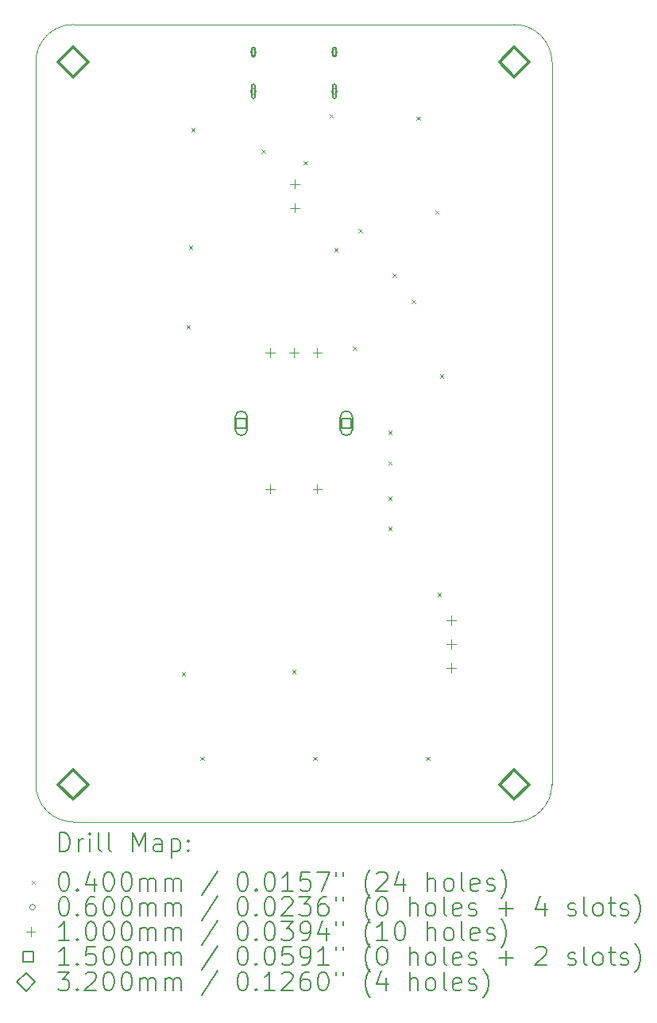
<source format=gbr>
%FSLAX45Y45*%
G04 Gerber Fmt 4.5, Leading zero omitted, Abs format (unit mm)*
G04 Created by KiCad (PCBNEW (6.0.5)) date 2024-07-23 11:03:13*
%MOMM*%
%LPD*%
G01*
G04 APERTURE LIST*
%TA.AperFunction,Profile*%
%ADD10C,0.100000*%
%TD*%
%ADD11C,0.200000*%
%ADD12C,0.040000*%
%ADD13C,0.060000*%
%ADD14C,0.100000*%
%ADD15C,0.150000*%
%ADD16C,0.320000*%
G04 APERTURE END LIST*
D10*
X17300000Y-14600000D02*
G75*
G03*
X17700000Y-14200000I0J400000D01*
G01*
X17300000Y-6100000D02*
X12600000Y-6100000D01*
X12200000Y-6500000D02*
X12200000Y-14200000D01*
X12600000Y-6100000D02*
G75*
G03*
X12200000Y-6500000I0J-400000D01*
G01*
X17700000Y-14200000D02*
X17700000Y-6500000D01*
X12200000Y-14200000D02*
G75*
G03*
X12600000Y-14600000I400000J0D01*
G01*
X12600000Y-14600000D02*
X17300000Y-14600000D01*
X17700000Y-6500000D02*
G75*
G03*
X17300000Y-6100000I-400000J0D01*
G01*
D11*
D12*
X13755000Y-13005000D02*
X13795000Y-13045000D01*
X13795000Y-13005000D02*
X13755000Y-13045000D01*
X13805000Y-9305000D02*
X13845000Y-9345000D01*
X13845000Y-9305000D02*
X13805000Y-9345000D01*
X13830000Y-8455000D02*
X13870000Y-8495000D01*
X13870000Y-8455000D02*
X13830000Y-8495000D01*
X13855000Y-7205000D02*
X13895000Y-7245000D01*
X13895000Y-7205000D02*
X13855000Y-7245000D01*
X13955000Y-13905000D02*
X13995000Y-13945000D01*
X13995000Y-13905000D02*
X13955000Y-13945000D01*
X14605000Y-7430000D02*
X14645000Y-7470000D01*
X14645000Y-7430000D02*
X14605000Y-7470000D01*
X14930000Y-12980000D02*
X14970000Y-13020000D01*
X14970000Y-12980000D02*
X14930000Y-13020000D01*
X15055000Y-7555000D02*
X15095000Y-7595000D01*
X15095000Y-7555000D02*
X15055000Y-7595000D01*
X15155000Y-13905000D02*
X15195000Y-13945000D01*
X15195000Y-13905000D02*
X15155000Y-13945000D01*
X15330000Y-7055000D02*
X15370000Y-7095000D01*
X15370000Y-7055000D02*
X15330000Y-7095000D01*
X15380000Y-8480000D02*
X15420000Y-8520000D01*
X15420000Y-8480000D02*
X15380000Y-8520000D01*
X15580000Y-9530000D02*
X15620000Y-9570000D01*
X15620000Y-9530000D02*
X15580000Y-9570000D01*
X15640000Y-8280000D02*
X15680000Y-8320000D01*
X15680000Y-8280000D02*
X15640000Y-8320000D01*
X15955000Y-10430000D02*
X15995000Y-10470000D01*
X15995000Y-10430000D02*
X15955000Y-10470000D01*
X15955000Y-10755000D02*
X15995000Y-10795000D01*
X15995000Y-10755000D02*
X15955000Y-10795000D01*
X15955000Y-11130000D02*
X15995000Y-11170000D01*
X15995000Y-11130000D02*
X15955000Y-11170000D01*
X15955000Y-11455000D02*
X15995000Y-11495000D01*
X15995000Y-11455000D02*
X15955000Y-11495000D01*
X16005000Y-8755000D02*
X16045000Y-8795000D01*
X16045000Y-8755000D02*
X16005000Y-8795000D01*
X16205000Y-9030000D02*
X16245000Y-9070000D01*
X16245000Y-9030000D02*
X16205000Y-9070000D01*
X16255000Y-7080000D02*
X16295000Y-7120000D01*
X16295000Y-7080000D02*
X16255000Y-7120000D01*
X16355000Y-13905000D02*
X16395000Y-13945000D01*
X16395000Y-13905000D02*
X16355000Y-13945000D01*
X16455000Y-8080000D02*
X16495000Y-8120000D01*
X16495000Y-8080000D02*
X16455000Y-8120000D01*
X16480000Y-12155000D02*
X16520000Y-12195000D01*
X16520000Y-12155000D02*
X16480000Y-12195000D01*
X16505000Y-9830000D02*
X16545000Y-9870000D01*
X16545000Y-9830000D02*
X16505000Y-9870000D01*
D13*
X14548000Y-6395000D02*
G75*
G03*
X14548000Y-6395000I-30000J0D01*
G01*
D11*
X14538000Y-6425000D02*
X14538000Y-6365000D01*
X14498000Y-6425000D02*
X14498000Y-6365000D01*
X14538000Y-6365000D02*
G75*
G03*
X14498000Y-6365000I-20000J0D01*
G01*
X14498000Y-6425000D02*
G75*
G03*
X14538000Y-6425000I20000J0D01*
G01*
D13*
X14548000Y-6813000D02*
G75*
G03*
X14548000Y-6813000I-30000J0D01*
G01*
D11*
X14538000Y-6868000D02*
X14538000Y-6758000D01*
X14498000Y-6868000D02*
X14498000Y-6758000D01*
X14538000Y-6758000D02*
G75*
G03*
X14498000Y-6758000I-20000J0D01*
G01*
X14498000Y-6868000D02*
G75*
G03*
X14538000Y-6868000I20000J0D01*
G01*
D13*
X15412000Y-6395000D02*
G75*
G03*
X15412000Y-6395000I-30000J0D01*
G01*
D11*
X15402000Y-6425000D02*
X15402000Y-6365000D01*
X15362000Y-6425000D02*
X15362000Y-6365000D01*
X15402000Y-6365000D02*
G75*
G03*
X15362000Y-6365000I-20000J0D01*
G01*
X15362000Y-6425000D02*
G75*
G03*
X15402000Y-6425000I20000J0D01*
G01*
D13*
X15412000Y-6813000D02*
G75*
G03*
X15412000Y-6813000I-30000J0D01*
G01*
D11*
X15402000Y-6868000D02*
X15402000Y-6758000D01*
X15362000Y-6868000D02*
X15362000Y-6758000D01*
X15402000Y-6758000D02*
G75*
G03*
X15362000Y-6758000I-20000J0D01*
G01*
X15362000Y-6868000D02*
G75*
G03*
X15402000Y-6868000I20000J0D01*
G01*
D14*
X14700000Y-9550000D02*
X14700000Y-9650000D01*
X14650000Y-9600000D02*
X14750000Y-9600000D01*
X14700000Y-11000000D02*
X14700000Y-11100000D01*
X14650000Y-11050000D02*
X14750000Y-11050000D01*
X14950000Y-9550000D02*
X14950000Y-9650000D01*
X14900000Y-9600000D02*
X15000000Y-9600000D01*
X14962500Y-7748500D02*
X14962500Y-7848500D01*
X14912500Y-7798500D02*
X15012500Y-7798500D01*
X14962500Y-8002500D02*
X14962500Y-8102500D01*
X14912500Y-8052500D02*
X15012500Y-8052500D01*
X15200000Y-9550000D02*
X15200000Y-9650000D01*
X15150000Y-9600000D02*
X15250000Y-9600000D01*
X15200000Y-11000000D02*
X15200000Y-11100000D01*
X15150000Y-11050000D02*
X15250000Y-11050000D01*
X16625000Y-12400000D02*
X16625000Y-12500000D01*
X16575000Y-12450000D02*
X16675000Y-12450000D01*
X16625000Y-12654000D02*
X16625000Y-12754000D01*
X16575000Y-12704000D02*
X16675000Y-12704000D01*
X16625000Y-12908000D02*
X16625000Y-13008000D01*
X16575000Y-12958000D02*
X16675000Y-12958000D01*
D15*
X14443033Y-10403034D02*
X14443033Y-10296967D01*
X14336966Y-10296967D01*
X14336966Y-10403034D01*
X14443033Y-10403034D01*
D11*
X14325000Y-10285000D02*
X14325000Y-10415000D01*
X14455000Y-10285000D02*
X14455000Y-10415000D01*
X14325000Y-10415000D02*
G75*
G03*
X14455000Y-10415000I65000J0D01*
G01*
X14455000Y-10285000D02*
G75*
G03*
X14325000Y-10285000I-65000J0D01*
G01*
D15*
X15563033Y-10403034D02*
X15563033Y-10296967D01*
X15456966Y-10296967D01*
X15456966Y-10403034D01*
X15563033Y-10403034D01*
D11*
X15445000Y-10285000D02*
X15445000Y-10415000D01*
X15575000Y-10285000D02*
X15575000Y-10415000D01*
X15445000Y-10415000D02*
G75*
G03*
X15575000Y-10415000I65000J0D01*
G01*
X15575000Y-10285000D02*
G75*
G03*
X15445000Y-10285000I-65000J0D01*
G01*
D16*
X12600000Y-6660000D02*
X12760000Y-6500000D01*
X12600000Y-6340000D01*
X12440000Y-6500000D01*
X12600000Y-6660000D01*
X12600000Y-14360000D02*
X12760000Y-14200000D01*
X12600000Y-14040000D01*
X12440000Y-14200000D01*
X12600000Y-14360000D01*
X17300000Y-6660000D02*
X17460000Y-6500000D01*
X17300000Y-6340000D01*
X17140000Y-6500000D01*
X17300000Y-6660000D01*
X17300000Y-14360000D02*
X17460000Y-14200000D01*
X17300000Y-14040000D01*
X17140000Y-14200000D01*
X17300000Y-14360000D01*
D11*
X12452619Y-14915476D02*
X12452619Y-14715476D01*
X12500238Y-14715476D01*
X12528809Y-14725000D01*
X12547857Y-14744048D01*
X12557381Y-14763095D01*
X12566905Y-14801190D01*
X12566905Y-14829762D01*
X12557381Y-14867857D01*
X12547857Y-14886905D01*
X12528809Y-14905952D01*
X12500238Y-14915476D01*
X12452619Y-14915476D01*
X12652619Y-14915476D02*
X12652619Y-14782143D01*
X12652619Y-14820238D02*
X12662143Y-14801190D01*
X12671667Y-14791667D01*
X12690714Y-14782143D01*
X12709762Y-14782143D01*
X12776428Y-14915476D02*
X12776428Y-14782143D01*
X12776428Y-14715476D02*
X12766905Y-14725000D01*
X12776428Y-14734524D01*
X12785952Y-14725000D01*
X12776428Y-14715476D01*
X12776428Y-14734524D01*
X12900238Y-14915476D02*
X12881190Y-14905952D01*
X12871667Y-14886905D01*
X12871667Y-14715476D01*
X13005000Y-14915476D02*
X12985952Y-14905952D01*
X12976428Y-14886905D01*
X12976428Y-14715476D01*
X13233571Y-14915476D02*
X13233571Y-14715476D01*
X13300238Y-14858333D01*
X13366905Y-14715476D01*
X13366905Y-14915476D01*
X13547857Y-14915476D02*
X13547857Y-14810714D01*
X13538333Y-14791667D01*
X13519286Y-14782143D01*
X13481190Y-14782143D01*
X13462143Y-14791667D01*
X13547857Y-14905952D02*
X13528809Y-14915476D01*
X13481190Y-14915476D01*
X13462143Y-14905952D01*
X13452619Y-14886905D01*
X13452619Y-14867857D01*
X13462143Y-14848809D01*
X13481190Y-14839286D01*
X13528809Y-14839286D01*
X13547857Y-14829762D01*
X13643095Y-14782143D02*
X13643095Y-14982143D01*
X13643095Y-14791667D02*
X13662143Y-14782143D01*
X13700238Y-14782143D01*
X13719286Y-14791667D01*
X13728809Y-14801190D01*
X13738333Y-14820238D01*
X13738333Y-14877381D01*
X13728809Y-14896428D01*
X13719286Y-14905952D01*
X13700238Y-14915476D01*
X13662143Y-14915476D01*
X13643095Y-14905952D01*
X13824048Y-14896428D02*
X13833571Y-14905952D01*
X13824048Y-14915476D01*
X13814524Y-14905952D01*
X13824048Y-14896428D01*
X13824048Y-14915476D01*
X13824048Y-14791667D02*
X13833571Y-14801190D01*
X13824048Y-14810714D01*
X13814524Y-14801190D01*
X13824048Y-14791667D01*
X13824048Y-14810714D01*
D12*
X12155000Y-15225000D02*
X12195000Y-15265000D01*
X12195000Y-15225000D02*
X12155000Y-15265000D01*
D11*
X12490714Y-15135476D02*
X12509762Y-15135476D01*
X12528809Y-15145000D01*
X12538333Y-15154524D01*
X12547857Y-15173571D01*
X12557381Y-15211667D01*
X12557381Y-15259286D01*
X12547857Y-15297381D01*
X12538333Y-15316428D01*
X12528809Y-15325952D01*
X12509762Y-15335476D01*
X12490714Y-15335476D01*
X12471667Y-15325952D01*
X12462143Y-15316428D01*
X12452619Y-15297381D01*
X12443095Y-15259286D01*
X12443095Y-15211667D01*
X12452619Y-15173571D01*
X12462143Y-15154524D01*
X12471667Y-15145000D01*
X12490714Y-15135476D01*
X12643095Y-15316428D02*
X12652619Y-15325952D01*
X12643095Y-15335476D01*
X12633571Y-15325952D01*
X12643095Y-15316428D01*
X12643095Y-15335476D01*
X12824048Y-15202143D02*
X12824048Y-15335476D01*
X12776428Y-15125952D02*
X12728809Y-15268809D01*
X12852619Y-15268809D01*
X12966905Y-15135476D02*
X12985952Y-15135476D01*
X13005000Y-15145000D01*
X13014524Y-15154524D01*
X13024048Y-15173571D01*
X13033571Y-15211667D01*
X13033571Y-15259286D01*
X13024048Y-15297381D01*
X13014524Y-15316428D01*
X13005000Y-15325952D01*
X12985952Y-15335476D01*
X12966905Y-15335476D01*
X12947857Y-15325952D01*
X12938333Y-15316428D01*
X12928809Y-15297381D01*
X12919286Y-15259286D01*
X12919286Y-15211667D01*
X12928809Y-15173571D01*
X12938333Y-15154524D01*
X12947857Y-15145000D01*
X12966905Y-15135476D01*
X13157381Y-15135476D02*
X13176428Y-15135476D01*
X13195476Y-15145000D01*
X13205000Y-15154524D01*
X13214524Y-15173571D01*
X13224048Y-15211667D01*
X13224048Y-15259286D01*
X13214524Y-15297381D01*
X13205000Y-15316428D01*
X13195476Y-15325952D01*
X13176428Y-15335476D01*
X13157381Y-15335476D01*
X13138333Y-15325952D01*
X13128809Y-15316428D01*
X13119286Y-15297381D01*
X13109762Y-15259286D01*
X13109762Y-15211667D01*
X13119286Y-15173571D01*
X13128809Y-15154524D01*
X13138333Y-15145000D01*
X13157381Y-15135476D01*
X13309762Y-15335476D02*
X13309762Y-15202143D01*
X13309762Y-15221190D02*
X13319286Y-15211667D01*
X13338333Y-15202143D01*
X13366905Y-15202143D01*
X13385952Y-15211667D01*
X13395476Y-15230714D01*
X13395476Y-15335476D01*
X13395476Y-15230714D02*
X13405000Y-15211667D01*
X13424048Y-15202143D01*
X13452619Y-15202143D01*
X13471667Y-15211667D01*
X13481190Y-15230714D01*
X13481190Y-15335476D01*
X13576428Y-15335476D02*
X13576428Y-15202143D01*
X13576428Y-15221190D02*
X13585952Y-15211667D01*
X13605000Y-15202143D01*
X13633571Y-15202143D01*
X13652619Y-15211667D01*
X13662143Y-15230714D01*
X13662143Y-15335476D01*
X13662143Y-15230714D02*
X13671667Y-15211667D01*
X13690714Y-15202143D01*
X13719286Y-15202143D01*
X13738333Y-15211667D01*
X13747857Y-15230714D01*
X13747857Y-15335476D01*
X14138333Y-15125952D02*
X13966905Y-15383095D01*
X14395476Y-15135476D02*
X14414524Y-15135476D01*
X14433571Y-15145000D01*
X14443095Y-15154524D01*
X14452619Y-15173571D01*
X14462143Y-15211667D01*
X14462143Y-15259286D01*
X14452619Y-15297381D01*
X14443095Y-15316428D01*
X14433571Y-15325952D01*
X14414524Y-15335476D01*
X14395476Y-15335476D01*
X14376428Y-15325952D01*
X14366905Y-15316428D01*
X14357381Y-15297381D01*
X14347857Y-15259286D01*
X14347857Y-15211667D01*
X14357381Y-15173571D01*
X14366905Y-15154524D01*
X14376428Y-15145000D01*
X14395476Y-15135476D01*
X14547857Y-15316428D02*
X14557381Y-15325952D01*
X14547857Y-15335476D01*
X14538333Y-15325952D01*
X14547857Y-15316428D01*
X14547857Y-15335476D01*
X14681190Y-15135476D02*
X14700238Y-15135476D01*
X14719286Y-15145000D01*
X14728809Y-15154524D01*
X14738333Y-15173571D01*
X14747857Y-15211667D01*
X14747857Y-15259286D01*
X14738333Y-15297381D01*
X14728809Y-15316428D01*
X14719286Y-15325952D01*
X14700238Y-15335476D01*
X14681190Y-15335476D01*
X14662143Y-15325952D01*
X14652619Y-15316428D01*
X14643095Y-15297381D01*
X14633571Y-15259286D01*
X14633571Y-15211667D01*
X14643095Y-15173571D01*
X14652619Y-15154524D01*
X14662143Y-15145000D01*
X14681190Y-15135476D01*
X14938333Y-15335476D02*
X14824048Y-15335476D01*
X14881190Y-15335476D02*
X14881190Y-15135476D01*
X14862143Y-15164048D01*
X14843095Y-15183095D01*
X14824048Y-15192619D01*
X15119286Y-15135476D02*
X15024048Y-15135476D01*
X15014524Y-15230714D01*
X15024048Y-15221190D01*
X15043095Y-15211667D01*
X15090714Y-15211667D01*
X15109762Y-15221190D01*
X15119286Y-15230714D01*
X15128809Y-15249762D01*
X15128809Y-15297381D01*
X15119286Y-15316428D01*
X15109762Y-15325952D01*
X15090714Y-15335476D01*
X15043095Y-15335476D01*
X15024048Y-15325952D01*
X15014524Y-15316428D01*
X15195476Y-15135476D02*
X15328809Y-15135476D01*
X15243095Y-15335476D01*
X15395476Y-15135476D02*
X15395476Y-15173571D01*
X15471667Y-15135476D02*
X15471667Y-15173571D01*
X15766905Y-15411667D02*
X15757381Y-15402143D01*
X15738333Y-15373571D01*
X15728809Y-15354524D01*
X15719286Y-15325952D01*
X15709762Y-15278333D01*
X15709762Y-15240238D01*
X15719286Y-15192619D01*
X15728809Y-15164048D01*
X15738333Y-15145000D01*
X15757381Y-15116428D01*
X15766905Y-15106905D01*
X15833571Y-15154524D02*
X15843095Y-15145000D01*
X15862143Y-15135476D01*
X15909762Y-15135476D01*
X15928809Y-15145000D01*
X15938333Y-15154524D01*
X15947857Y-15173571D01*
X15947857Y-15192619D01*
X15938333Y-15221190D01*
X15824048Y-15335476D01*
X15947857Y-15335476D01*
X16119286Y-15202143D02*
X16119286Y-15335476D01*
X16071667Y-15125952D02*
X16024048Y-15268809D01*
X16147857Y-15268809D01*
X16376428Y-15335476D02*
X16376428Y-15135476D01*
X16462143Y-15335476D02*
X16462143Y-15230714D01*
X16452619Y-15211667D01*
X16433571Y-15202143D01*
X16405000Y-15202143D01*
X16385952Y-15211667D01*
X16376428Y-15221190D01*
X16585952Y-15335476D02*
X16566905Y-15325952D01*
X16557381Y-15316428D01*
X16547857Y-15297381D01*
X16547857Y-15240238D01*
X16557381Y-15221190D01*
X16566905Y-15211667D01*
X16585952Y-15202143D01*
X16614524Y-15202143D01*
X16633571Y-15211667D01*
X16643095Y-15221190D01*
X16652619Y-15240238D01*
X16652619Y-15297381D01*
X16643095Y-15316428D01*
X16633571Y-15325952D01*
X16614524Y-15335476D01*
X16585952Y-15335476D01*
X16766905Y-15335476D02*
X16747857Y-15325952D01*
X16738333Y-15306905D01*
X16738333Y-15135476D01*
X16919286Y-15325952D02*
X16900238Y-15335476D01*
X16862143Y-15335476D01*
X16843095Y-15325952D01*
X16833571Y-15306905D01*
X16833571Y-15230714D01*
X16843095Y-15211667D01*
X16862143Y-15202143D01*
X16900238Y-15202143D01*
X16919286Y-15211667D01*
X16928810Y-15230714D01*
X16928810Y-15249762D01*
X16833571Y-15268809D01*
X17005000Y-15325952D02*
X17024048Y-15335476D01*
X17062143Y-15335476D01*
X17081190Y-15325952D01*
X17090714Y-15306905D01*
X17090714Y-15297381D01*
X17081190Y-15278333D01*
X17062143Y-15268809D01*
X17033571Y-15268809D01*
X17014524Y-15259286D01*
X17005000Y-15240238D01*
X17005000Y-15230714D01*
X17014524Y-15211667D01*
X17033571Y-15202143D01*
X17062143Y-15202143D01*
X17081190Y-15211667D01*
X17157381Y-15411667D02*
X17166905Y-15402143D01*
X17185952Y-15373571D01*
X17195476Y-15354524D01*
X17205000Y-15325952D01*
X17214524Y-15278333D01*
X17214524Y-15240238D01*
X17205000Y-15192619D01*
X17195476Y-15164048D01*
X17185952Y-15145000D01*
X17166905Y-15116428D01*
X17157381Y-15106905D01*
D13*
X12195000Y-15509000D02*
G75*
G03*
X12195000Y-15509000I-30000J0D01*
G01*
D11*
X12490714Y-15399476D02*
X12509762Y-15399476D01*
X12528809Y-15409000D01*
X12538333Y-15418524D01*
X12547857Y-15437571D01*
X12557381Y-15475667D01*
X12557381Y-15523286D01*
X12547857Y-15561381D01*
X12538333Y-15580428D01*
X12528809Y-15589952D01*
X12509762Y-15599476D01*
X12490714Y-15599476D01*
X12471667Y-15589952D01*
X12462143Y-15580428D01*
X12452619Y-15561381D01*
X12443095Y-15523286D01*
X12443095Y-15475667D01*
X12452619Y-15437571D01*
X12462143Y-15418524D01*
X12471667Y-15409000D01*
X12490714Y-15399476D01*
X12643095Y-15580428D02*
X12652619Y-15589952D01*
X12643095Y-15599476D01*
X12633571Y-15589952D01*
X12643095Y-15580428D01*
X12643095Y-15599476D01*
X12824048Y-15399476D02*
X12785952Y-15399476D01*
X12766905Y-15409000D01*
X12757381Y-15418524D01*
X12738333Y-15447095D01*
X12728809Y-15485190D01*
X12728809Y-15561381D01*
X12738333Y-15580428D01*
X12747857Y-15589952D01*
X12766905Y-15599476D01*
X12805000Y-15599476D01*
X12824048Y-15589952D01*
X12833571Y-15580428D01*
X12843095Y-15561381D01*
X12843095Y-15513762D01*
X12833571Y-15494714D01*
X12824048Y-15485190D01*
X12805000Y-15475667D01*
X12766905Y-15475667D01*
X12747857Y-15485190D01*
X12738333Y-15494714D01*
X12728809Y-15513762D01*
X12966905Y-15399476D02*
X12985952Y-15399476D01*
X13005000Y-15409000D01*
X13014524Y-15418524D01*
X13024048Y-15437571D01*
X13033571Y-15475667D01*
X13033571Y-15523286D01*
X13024048Y-15561381D01*
X13014524Y-15580428D01*
X13005000Y-15589952D01*
X12985952Y-15599476D01*
X12966905Y-15599476D01*
X12947857Y-15589952D01*
X12938333Y-15580428D01*
X12928809Y-15561381D01*
X12919286Y-15523286D01*
X12919286Y-15475667D01*
X12928809Y-15437571D01*
X12938333Y-15418524D01*
X12947857Y-15409000D01*
X12966905Y-15399476D01*
X13157381Y-15399476D02*
X13176428Y-15399476D01*
X13195476Y-15409000D01*
X13205000Y-15418524D01*
X13214524Y-15437571D01*
X13224048Y-15475667D01*
X13224048Y-15523286D01*
X13214524Y-15561381D01*
X13205000Y-15580428D01*
X13195476Y-15589952D01*
X13176428Y-15599476D01*
X13157381Y-15599476D01*
X13138333Y-15589952D01*
X13128809Y-15580428D01*
X13119286Y-15561381D01*
X13109762Y-15523286D01*
X13109762Y-15475667D01*
X13119286Y-15437571D01*
X13128809Y-15418524D01*
X13138333Y-15409000D01*
X13157381Y-15399476D01*
X13309762Y-15599476D02*
X13309762Y-15466143D01*
X13309762Y-15485190D02*
X13319286Y-15475667D01*
X13338333Y-15466143D01*
X13366905Y-15466143D01*
X13385952Y-15475667D01*
X13395476Y-15494714D01*
X13395476Y-15599476D01*
X13395476Y-15494714D02*
X13405000Y-15475667D01*
X13424048Y-15466143D01*
X13452619Y-15466143D01*
X13471667Y-15475667D01*
X13481190Y-15494714D01*
X13481190Y-15599476D01*
X13576428Y-15599476D02*
X13576428Y-15466143D01*
X13576428Y-15485190D02*
X13585952Y-15475667D01*
X13605000Y-15466143D01*
X13633571Y-15466143D01*
X13652619Y-15475667D01*
X13662143Y-15494714D01*
X13662143Y-15599476D01*
X13662143Y-15494714D02*
X13671667Y-15475667D01*
X13690714Y-15466143D01*
X13719286Y-15466143D01*
X13738333Y-15475667D01*
X13747857Y-15494714D01*
X13747857Y-15599476D01*
X14138333Y-15389952D02*
X13966905Y-15647095D01*
X14395476Y-15399476D02*
X14414524Y-15399476D01*
X14433571Y-15409000D01*
X14443095Y-15418524D01*
X14452619Y-15437571D01*
X14462143Y-15475667D01*
X14462143Y-15523286D01*
X14452619Y-15561381D01*
X14443095Y-15580428D01*
X14433571Y-15589952D01*
X14414524Y-15599476D01*
X14395476Y-15599476D01*
X14376428Y-15589952D01*
X14366905Y-15580428D01*
X14357381Y-15561381D01*
X14347857Y-15523286D01*
X14347857Y-15475667D01*
X14357381Y-15437571D01*
X14366905Y-15418524D01*
X14376428Y-15409000D01*
X14395476Y-15399476D01*
X14547857Y-15580428D02*
X14557381Y-15589952D01*
X14547857Y-15599476D01*
X14538333Y-15589952D01*
X14547857Y-15580428D01*
X14547857Y-15599476D01*
X14681190Y-15399476D02*
X14700238Y-15399476D01*
X14719286Y-15409000D01*
X14728809Y-15418524D01*
X14738333Y-15437571D01*
X14747857Y-15475667D01*
X14747857Y-15523286D01*
X14738333Y-15561381D01*
X14728809Y-15580428D01*
X14719286Y-15589952D01*
X14700238Y-15599476D01*
X14681190Y-15599476D01*
X14662143Y-15589952D01*
X14652619Y-15580428D01*
X14643095Y-15561381D01*
X14633571Y-15523286D01*
X14633571Y-15475667D01*
X14643095Y-15437571D01*
X14652619Y-15418524D01*
X14662143Y-15409000D01*
X14681190Y-15399476D01*
X14824048Y-15418524D02*
X14833571Y-15409000D01*
X14852619Y-15399476D01*
X14900238Y-15399476D01*
X14919286Y-15409000D01*
X14928809Y-15418524D01*
X14938333Y-15437571D01*
X14938333Y-15456619D01*
X14928809Y-15485190D01*
X14814524Y-15599476D01*
X14938333Y-15599476D01*
X15005000Y-15399476D02*
X15128809Y-15399476D01*
X15062143Y-15475667D01*
X15090714Y-15475667D01*
X15109762Y-15485190D01*
X15119286Y-15494714D01*
X15128809Y-15513762D01*
X15128809Y-15561381D01*
X15119286Y-15580428D01*
X15109762Y-15589952D01*
X15090714Y-15599476D01*
X15033571Y-15599476D01*
X15014524Y-15589952D01*
X15005000Y-15580428D01*
X15300238Y-15399476D02*
X15262143Y-15399476D01*
X15243095Y-15409000D01*
X15233571Y-15418524D01*
X15214524Y-15447095D01*
X15205000Y-15485190D01*
X15205000Y-15561381D01*
X15214524Y-15580428D01*
X15224048Y-15589952D01*
X15243095Y-15599476D01*
X15281190Y-15599476D01*
X15300238Y-15589952D01*
X15309762Y-15580428D01*
X15319286Y-15561381D01*
X15319286Y-15513762D01*
X15309762Y-15494714D01*
X15300238Y-15485190D01*
X15281190Y-15475667D01*
X15243095Y-15475667D01*
X15224048Y-15485190D01*
X15214524Y-15494714D01*
X15205000Y-15513762D01*
X15395476Y-15399476D02*
X15395476Y-15437571D01*
X15471667Y-15399476D02*
X15471667Y-15437571D01*
X15766905Y-15675667D02*
X15757381Y-15666143D01*
X15738333Y-15637571D01*
X15728809Y-15618524D01*
X15719286Y-15589952D01*
X15709762Y-15542333D01*
X15709762Y-15504238D01*
X15719286Y-15456619D01*
X15728809Y-15428048D01*
X15738333Y-15409000D01*
X15757381Y-15380428D01*
X15766905Y-15370905D01*
X15881190Y-15399476D02*
X15900238Y-15399476D01*
X15919286Y-15409000D01*
X15928809Y-15418524D01*
X15938333Y-15437571D01*
X15947857Y-15475667D01*
X15947857Y-15523286D01*
X15938333Y-15561381D01*
X15928809Y-15580428D01*
X15919286Y-15589952D01*
X15900238Y-15599476D01*
X15881190Y-15599476D01*
X15862143Y-15589952D01*
X15852619Y-15580428D01*
X15843095Y-15561381D01*
X15833571Y-15523286D01*
X15833571Y-15475667D01*
X15843095Y-15437571D01*
X15852619Y-15418524D01*
X15862143Y-15409000D01*
X15881190Y-15399476D01*
X16185952Y-15599476D02*
X16185952Y-15399476D01*
X16271667Y-15599476D02*
X16271667Y-15494714D01*
X16262143Y-15475667D01*
X16243095Y-15466143D01*
X16214524Y-15466143D01*
X16195476Y-15475667D01*
X16185952Y-15485190D01*
X16395476Y-15599476D02*
X16376428Y-15589952D01*
X16366905Y-15580428D01*
X16357381Y-15561381D01*
X16357381Y-15504238D01*
X16366905Y-15485190D01*
X16376428Y-15475667D01*
X16395476Y-15466143D01*
X16424048Y-15466143D01*
X16443095Y-15475667D01*
X16452619Y-15485190D01*
X16462143Y-15504238D01*
X16462143Y-15561381D01*
X16452619Y-15580428D01*
X16443095Y-15589952D01*
X16424048Y-15599476D01*
X16395476Y-15599476D01*
X16576428Y-15599476D02*
X16557381Y-15589952D01*
X16547857Y-15570905D01*
X16547857Y-15399476D01*
X16728809Y-15589952D02*
X16709762Y-15599476D01*
X16671667Y-15599476D01*
X16652619Y-15589952D01*
X16643095Y-15570905D01*
X16643095Y-15494714D01*
X16652619Y-15475667D01*
X16671667Y-15466143D01*
X16709762Y-15466143D01*
X16728809Y-15475667D01*
X16738333Y-15494714D01*
X16738333Y-15513762D01*
X16643095Y-15532809D01*
X16814524Y-15589952D02*
X16833571Y-15599476D01*
X16871667Y-15599476D01*
X16890714Y-15589952D01*
X16900238Y-15570905D01*
X16900238Y-15561381D01*
X16890714Y-15542333D01*
X16871667Y-15532809D01*
X16843095Y-15532809D01*
X16824048Y-15523286D01*
X16814524Y-15504238D01*
X16814524Y-15494714D01*
X16824048Y-15475667D01*
X16843095Y-15466143D01*
X16871667Y-15466143D01*
X16890714Y-15475667D01*
X17138333Y-15523286D02*
X17290714Y-15523286D01*
X17214524Y-15599476D02*
X17214524Y-15447095D01*
X17624048Y-15466143D02*
X17624048Y-15599476D01*
X17576429Y-15389952D02*
X17528810Y-15532809D01*
X17652619Y-15532809D01*
X17871667Y-15589952D02*
X17890714Y-15599476D01*
X17928810Y-15599476D01*
X17947857Y-15589952D01*
X17957381Y-15570905D01*
X17957381Y-15561381D01*
X17947857Y-15542333D01*
X17928810Y-15532809D01*
X17900238Y-15532809D01*
X17881190Y-15523286D01*
X17871667Y-15504238D01*
X17871667Y-15494714D01*
X17881190Y-15475667D01*
X17900238Y-15466143D01*
X17928810Y-15466143D01*
X17947857Y-15475667D01*
X18071667Y-15599476D02*
X18052619Y-15589952D01*
X18043095Y-15570905D01*
X18043095Y-15399476D01*
X18176429Y-15599476D02*
X18157381Y-15589952D01*
X18147857Y-15580428D01*
X18138333Y-15561381D01*
X18138333Y-15504238D01*
X18147857Y-15485190D01*
X18157381Y-15475667D01*
X18176429Y-15466143D01*
X18205000Y-15466143D01*
X18224048Y-15475667D01*
X18233571Y-15485190D01*
X18243095Y-15504238D01*
X18243095Y-15561381D01*
X18233571Y-15580428D01*
X18224048Y-15589952D01*
X18205000Y-15599476D01*
X18176429Y-15599476D01*
X18300238Y-15466143D02*
X18376429Y-15466143D01*
X18328810Y-15399476D02*
X18328810Y-15570905D01*
X18338333Y-15589952D01*
X18357381Y-15599476D01*
X18376429Y-15599476D01*
X18433571Y-15589952D02*
X18452619Y-15599476D01*
X18490714Y-15599476D01*
X18509762Y-15589952D01*
X18519286Y-15570905D01*
X18519286Y-15561381D01*
X18509762Y-15542333D01*
X18490714Y-15532809D01*
X18462143Y-15532809D01*
X18443095Y-15523286D01*
X18433571Y-15504238D01*
X18433571Y-15494714D01*
X18443095Y-15475667D01*
X18462143Y-15466143D01*
X18490714Y-15466143D01*
X18509762Y-15475667D01*
X18585952Y-15675667D02*
X18595476Y-15666143D01*
X18614524Y-15637571D01*
X18624048Y-15618524D01*
X18633571Y-15589952D01*
X18643095Y-15542333D01*
X18643095Y-15504238D01*
X18633571Y-15456619D01*
X18624048Y-15428048D01*
X18614524Y-15409000D01*
X18595476Y-15380428D01*
X18585952Y-15370905D01*
D14*
X12145000Y-15723000D02*
X12145000Y-15823000D01*
X12095000Y-15773000D02*
X12195000Y-15773000D01*
D11*
X12557381Y-15863476D02*
X12443095Y-15863476D01*
X12500238Y-15863476D02*
X12500238Y-15663476D01*
X12481190Y-15692048D01*
X12462143Y-15711095D01*
X12443095Y-15720619D01*
X12643095Y-15844428D02*
X12652619Y-15853952D01*
X12643095Y-15863476D01*
X12633571Y-15853952D01*
X12643095Y-15844428D01*
X12643095Y-15863476D01*
X12776428Y-15663476D02*
X12795476Y-15663476D01*
X12814524Y-15673000D01*
X12824048Y-15682524D01*
X12833571Y-15701571D01*
X12843095Y-15739667D01*
X12843095Y-15787286D01*
X12833571Y-15825381D01*
X12824048Y-15844428D01*
X12814524Y-15853952D01*
X12795476Y-15863476D01*
X12776428Y-15863476D01*
X12757381Y-15853952D01*
X12747857Y-15844428D01*
X12738333Y-15825381D01*
X12728809Y-15787286D01*
X12728809Y-15739667D01*
X12738333Y-15701571D01*
X12747857Y-15682524D01*
X12757381Y-15673000D01*
X12776428Y-15663476D01*
X12966905Y-15663476D02*
X12985952Y-15663476D01*
X13005000Y-15673000D01*
X13014524Y-15682524D01*
X13024048Y-15701571D01*
X13033571Y-15739667D01*
X13033571Y-15787286D01*
X13024048Y-15825381D01*
X13014524Y-15844428D01*
X13005000Y-15853952D01*
X12985952Y-15863476D01*
X12966905Y-15863476D01*
X12947857Y-15853952D01*
X12938333Y-15844428D01*
X12928809Y-15825381D01*
X12919286Y-15787286D01*
X12919286Y-15739667D01*
X12928809Y-15701571D01*
X12938333Y-15682524D01*
X12947857Y-15673000D01*
X12966905Y-15663476D01*
X13157381Y-15663476D02*
X13176428Y-15663476D01*
X13195476Y-15673000D01*
X13205000Y-15682524D01*
X13214524Y-15701571D01*
X13224048Y-15739667D01*
X13224048Y-15787286D01*
X13214524Y-15825381D01*
X13205000Y-15844428D01*
X13195476Y-15853952D01*
X13176428Y-15863476D01*
X13157381Y-15863476D01*
X13138333Y-15853952D01*
X13128809Y-15844428D01*
X13119286Y-15825381D01*
X13109762Y-15787286D01*
X13109762Y-15739667D01*
X13119286Y-15701571D01*
X13128809Y-15682524D01*
X13138333Y-15673000D01*
X13157381Y-15663476D01*
X13309762Y-15863476D02*
X13309762Y-15730143D01*
X13309762Y-15749190D02*
X13319286Y-15739667D01*
X13338333Y-15730143D01*
X13366905Y-15730143D01*
X13385952Y-15739667D01*
X13395476Y-15758714D01*
X13395476Y-15863476D01*
X13395476Y-15758714D02*
X13405000Y-15739667D01*
X13424048Y-15730143D01*
X13452619Y-15730143D01*
X13471667Y-15739667D01*
X13481190Y-15758714D01*
X13481190Y-15863476D01*
X13576428Y-15863476D02*
X13576428Y-15730143D01*
X13576428Y-15749190D02*
X13585952Y-15739667D01*
X13605000Y-15730143D01*
X13633571Y-15730143D01*
X13652619Y-15739667D01*
X13662143Y-15758714D01*
X13662143Y-15863476D01*
X13662143Y-15758714D02*
X13671667Y-15739667D01*
X13690714Y-15730143D01*
X13719286Y-15730143D01*
X13738333Y-15739667D01*
X13747857Y-15758714D01*
X13747857Y-15863476D01*
X14138333Y-15653952D02*
X13966905Y-15911095D01*
X14395476Y-15663476D02*
X14414524Y-15663476D01*
X14433571Y-15673000D01*
X14443095Y-15682524D01*
X14452619Y-15701571D01*
X14462143Y-15739667D01*
X14462143Y-15787286D01*
X14452619Y-15825381D01*
X14443095Y-15844428D01*
X14433571Y-15853952D01*
X14414524Y-15863476D01*
X14395476Y-15863476D01*
X14376428Y-15853952D01*
X14366905Y-15844428D01*
X14357381Y-15825381D01*
X14347857Y-15787286D01*
X14347857Y-15739667D01*
X14357381Y-15701571D01*
X14366905Y-15682524D01*
X14376428Y-15673000D01*
X14395476Y-15663476D01*
X14547857Y-15844428D02*
X14557381Y-15853952D01*
X14547857Y-15863476D01*
X14538333Y-15853952D01*
X14547857Y-15844428D01*
X14547857Y-15863476D01*
X14681190Y-15663476D02*
X14700238Y-15663476D01*
X14719286Y-15673000D01*
X14728809Y-15682524D01*
X14738333Y-15701571D01*
X14747857Y-15739667D01*
X14747857Y-15787286D01*
X14738333Y-15825381D01*
X14728809Y-15844428D01*
X14719286Y-15853952D01*
X14700238Y-15863476D01*
X14681190Y-15863476D01*
X14662143Y-15853952D01*
X14652619Y-15844428D01*
X14643095Y-15825381D01*
X14633571Y-15787286D01*
X14633571Y-15739667D01*
X14643095Y-15701571D01*
X14652619Y-15682524D01*
X14662143Y-15673000D01*
X14681190Y-15663476D01*
X14814524Y-15663476D02*
X14938333Y-15663476D01*
X14871667Y-15739667D01*
X14900238Y-15739667D01*
X14919286Y-15749190D01*
X14928809Y-15758714D01*
X14938333Y-15777762D01*
X14938333Y-15825381D01*
X14928809Y-15844428D01*
X14919286Y-15853952D01*
X14900238Y-15863476D01*
X14843095Y-15863476D01*
X14824048Y-15853952D01*
X14814524Y-15844428D01*
X15033571Y-15863476D02*
X15071667Y-15863476D01*
X15090714Y-15853952D01*
X15100238Y-15844428D01*
X15119286Y-15815857D01*
X15128809Y-15777762D01*
X15128809Y-15701571D01*
X15119286Y-15682524D01*
X15109762Y-15673000D01*
X15090714Y-15663476D01*
X15052619Y-15663476D01*
X15033571Y-15673000D01*
X15024048Y-15682524D01*
X15014524Y-15701571D01*
X15014524Y-15749190D01*
X15024048Y-15768238D01*
X15033571Y-15777762D01*
X15052619Y-15787286D01*
X15090714Y-15787286D01*
X15109762Y-15777762D01*
X15119286Y-15768238D01*
X15128809Y-15749190D01*
X15300238Y-15730143D02*
X15300238Y-15863476D01*
X15252619Y-15653952D02*
X15205000Y-15796809D01*
X15328809Y-15796809D01*
X15395476Y-15663476D02*
X15395476Y-15701571D01*
X15471667Y-15663476D02*
X15471667Y-15701571D01*
X15766905Y-15939667D02*
X15757381Y-15930143D01*
X15738333Y-15901571D01*
X15728809Y-15882524D01*
X15719286Y-15853952D01*
X15709762Y-15806333D01*
X15709762Y-15768238D01*
X15719286Y-15720619D01*
X15728809Y-15692048D01*
X15738333Y-15673000D01*
X15757381Y-15644428D01*
X15766905Y-15634905D01*
X15947857Y-15863476D02*
X15833571Y-15863476D01*
X15890714Y-15863476D02*
X15890714Y-15663476D01*
X15871667Y-15692048D01*
X15852619Y-15711095D01*
X15833571Y-15720619D01*
X16071667Y-15663476D02*
X16090714Y-15663476D01*
X16109762Y-15673000D01*
X16119286Y-15682524D01*
X16128809Y-15701571D01*
X16138333Y-15739667D01*
X16138333Y-15787286D01*
X16128809Y-15825381D01*
X16119286Y-15844428D01*
X16109762Y-15853952D01*
X16090714Y-15863476D01*
X16071667Y-15863476D01*
X16052619Y-15853952D01*
X16043095Y-15844428D01*
X16033571Y-15825381D01*
X16024048Y-15787286D01*
X16024048Y-15739667D01*
X16033571Y-15701571D01*
X16043095Y-15682524D01*
X16052619Y-15673000D01*
X16071667Y-15663476D01*
X16376428Y-15863476D02*
X16376428Y-15663476D01*
X16462143Y-15863476D02*
X16462143Y-15758714D01*
X16452619Y-15739667D01*
X16433571Y-15730143D01*
X16405000Y-15730143D01*
X16385952Y-15739667D01*
X16376428Y-15749190D01*
X16585952Y-15863476D02*
X16566905Y-15853952D01*
X16557381Y-15844428D01*
X16547857Y-15825381D01*
X16547857Y-15768238D01*
X16557381Y-15749190D01*
X16566905Y-15739667D01*
X16585952Y-15730143D01*
X16614524Y-15730143D01*
X16633571Y-15739667D01*
X16643095Y-15749190D01*
X16652619Y-15768238D01*
X16652619Y-15825381D01*
X16643095Y-15844428D01*
X16633571Y-15853952D01*
X16614524Y-15863476D01*
X16585952Y-15863476D01*
X16766905Y-15863476D02*
X16747857Y-15853952D01*
X16738333Y-15834905D01*
X16738333Y-15663476D01*
X16919286Y-15853952D02*
X16900238Y-15863476D01*
X16862143Y-15863476D01*
X16843095Y-15853952D01*
X16833571Y-15834905D01*
X16833571Y-15758714D01*
X16843095Y-15739667D01*
X16862143Y-15730143D01*
X16900238Y-15730143D01*
X16919286Y-15739667D01*
X16928810Y-15758714D01*
X16928810Y-15777762D01*
X16833571Y-15796809D01*
X17005000Y-15853952D02*
X17024048Y-15863476D01*
X17062143Y-15863476D01*
X17081190Y-15853952D01*
X17090714Y-15834905D01*
X17090714Y-15825381D01*
X17081190Y-15806333D01*
X17062143Y-15796809D01*
X17033571Y-15796809D01*
X17014524Y-15787286D01*
X17005000Y-15768238D01*
X17005000Y-15758714D01*
X17014524Y-15739667D01*
X17033571Y-15730143D01*
X17062143Y-15730143D01*
X17081190Y-15739667D01*
X17157381Y-15939667D02*
X17166905Y-15930143D01*
X17185952Y-15901571D01*
X17195476Y-15882524D01*
X17205000Y-15853952D01*
X17214524Y-15806333D01*
X17214524Y-15768238D01*
X17205000Y-15720619D01*
X17195476Y-15692048D01*
X17185952Y-15673000D01*
X17166905Y-15644428D01*
X17157381Y-15634905D01*
D15*
X12173033Y-16090033D02*
X12173033Y-15983966D01*
X12066966Y-15983966D01*
X12066966Y-16090033D01*
X12173033Y-16090033D01*
D11*
X12557381Y-16127476D02*
X12443095Y-16127476D01*
X12500238Y-16127476D02*
X12500238Y-15927476D01*
X12481190Y-15956048D01*
X12462143Y-15975095D01*
X12443095Y-15984619D01*
X12643095Y-16108428D02*
X12652619Y-16117952D01*
X12643095Y-16127476D01*
X12633571Y-16117952D01*
X12643095Y-16108428D01*
X12643095Y-16127476D01*
X12833571Y-15927476D02*
X12738333Y-15927476D01*
X12728809Y-16022714D01*
X12738333Y-16013190D01*
X12757381Y-16003667D01*
X12805000Y-16003667D01*
X12824048Y-16013190D01*
X12833571Y-16022714D01*
X12843095Y-16041762D01*
X12843095Y-16089381D01*
X12833571Y-16108428D01*
X12824048Y-16117952D01*
X12805000Y-16127476D01*
X12757381Y-16127476D01*
X12738333Y-16117952D01*
X12728809Y-16108428D01*
X12966905Y-15927476D02*
X12985952Y-15927476D01*
X13005000Y-15937000D01*
X13014524Y-15946524D01*
X13024048Y-15965571D01*
X13033571Y-16003667D01*
X13033571Y-16051286D01*
X13024048Y-16089381D01*
X13014524Y-16108428D01*
X13005000Y-16117952D01*
X12985952Y-16127476D01*
X12966905Y-16127476D01*
X12947857Y-16117952D01*
X12938333Y-16108428D01*
X12928809Y-16089381D01*
X12919286Y-16051286D01*
X12919286Y-16003667D01*
X12928809Y-15965571D01*
X12938333Y-15946524D01*
X12947857Y-15937000D01*
X12966905Y-15927476D01*
X13157381Y-15927476D02*
X13176428Y-15927476D01*
X13195476Y-15937000D01*
X13205000Y-15946524D01*
X13214524Y-15965571D01*
X13224048Y-16003667D01*
X13224048Y-16051286D01*
X13214524Y-16089381D01*
X13205000Y-16108428D01*
X13195476Y-16117952D01*
X13176428Y-16127476D01*
X13157381Y-16127476D01*
X13138333Y-16117952D01*
X13128809Y-16108428D01*
X13119286Y-16089381D01*
X13109762Y-16051286D01*
X13109762Y-16003667D01*
X13119286Y-15965571D01*
X13128809Y-15946524D01*
X13138333Y-15937000D01*
X13157381Y-15927476D01*
X13309762Y-16127476D02*
X13309762Y-15994143D01*
X13309762Y-16013190D02*
X13319286Y-16003667D01*
X13338333Y-15994143D01*
X13366905Y-15994143D01*
X13385952Y-16003667D01*
X13395476Y-16022714D01*
X13395476Y-16127476D01*
X13395476Y-16022714D02*
X13405000Y-16003667D01*
X13424048Y-15994143D01*
X13452619Y-15994143D01*
X13471667Y-16003667D01*
X13481190Y-16022714D01*
X13481190Y-16127476D01*
X13576428Y-16127476D02*
X13576428Y-15994143D01*
X13576428Y-16013190D02*
X13585952Y-16003667D01*
X13605000Y-15994143D01*
X13633571Y-15994143D01*
X13652619Y-16003667D01*
X13662143Y-16022714D01*
X13662143Y-16127476D01*
X13662143Y-16022714D02*
X13671667Y-16003667D01*
X13690714Y-15994143D01*
X13719286Y-15994143D01*
X13738333Y-16003667D01*
X13747857Y-16022714D01*
X13747857Y-16127476D01*
X14138333Y-15917952D02*
X13966905Y-16175095D01*
X14395476Y-15927476D02*
X14414524Y-15927476D01*
X14433571Y-15937000D01*
X14443095Y-15946524D01*
X14452619Y-15965571D01*
X14462143Y-16003667D01*
X14462143Y-16051286D01*
X14452619Y-16089381D01*
X14443095Y-16108428D01*
X14433571Y-16117952D01*
X14414524Y-16127476D01*
X14395476Y-16127476D01*
X14376428Y-16117952D01*
X14366905Y-16108428D01*
X14357381Y-16089381D01*
X14347857Y-16051286D01*
X14347857Y-16003667D01*
X14357381Y-15965571D01*
X14366905Y-15946524D01*
X14376428Y-15937000D01*
X14395476Y-15927476D01*
X14547857Y-16108428D02*
X14557381Y-16117952D01*
X14547857Y-16127476D01*
X14538333Y-16117952D01*
X14547857Y-16108428D01*
X14547857Y-16127476D01*
X14681190Y-15927476D02*
X14700238Y-15927476D01*
X14719286Y-15937000D01*
X14728809Y-15946524D01*
X14738333Y-15965571D01*
X14747857Y-16003667D01*
X14747857Y-16051286D01*
X14738333Y-16089381D01*
X14728809Y-16108428D01*
X14719286Y-16117952D01*
X14700238Y-16127476D01*
X14681190Y-16127476D01*
X14662143Y-16117952D01*
X14652619Y-16108428D01*
X14643095Y-16089381D01*
X14633571Y-16051286D01*
X14633571Y-16003667D01*
X14643095Y-15965571D01*
X14652619Y-15946524D01*
X14662143Y-15937000D01*
X14681190Y-15927476D01*
X14928809Y-15927476D02*
X14833571Y-15927476D01*
X14824048Y-16022714D01*
X14833571Y-16013190D01*
X14852619Y-16003667D01*
X14900238Y-16003667D01*
X14919286Y-16013190D01*
X14928809Y-16022714D01*
X14938333Y-16041762D01*
X14938333Y-16089381D01*
X14928809Y-16108428D01*
X14919286Y-16117952D01*
X14900238Y-16127476D01*
X14852619Y-16127476D01*
X14833571Y-16117952D01*
X14824048Y-16108428D01*
X15033571Y-16127476D02*
X15071667Y-16127476D01*
X15090714Y-16117952D01*
X15100238Y-16108428D01*
X15119286Y-16079857D01*
X15128809Y-16041762D01*
X15128809Y-15965571D01*
X15119286Y-15946524D01*
X15109762Y-15937000D01*
X15090714Y-15927476D01*
X15052619Y-15927476D01*
X15033571Y-15937000D01*
X15024048Y-15946524D01*
X15014524Y-15965571D01*
X15014524Y-16013190D01*
X15024048Y-16032238D01*
X15033571Y-16041762D01*
X15052619Y-16051286D01*
X15090714Y-16051286D01*
X15109762Y-16041762D01*
X15119286Y-16032238D01*
X15128809Y-16013190D01*
X15319286Y-16127476D02*
X15205000Y-16127476D01*
X15262143Y-16127476D02*
X15262143Y-15927476D01*
X15243095Y-15956048D01*
X15224048Y-15975095D01*
X15205000Y-15984619D01*
X15395476Y-15927476D02*
X15395476Y-15965571D01*
X15471667Y-15927476D02*
X15471667Y-15965571D01*
X15766905Y-16203667D02*
X15757381Y-16194143D01*
X15738333Y-16165571D01*
X15728809Y-16146524D01*
X15719286Y-16117952D01*
X15709762Y-16070333D01*
X15709762Y-16032238D01*
X15719286Y-15984619D01*
X15728809Y-15956048D01*
X15738333Y-15937000D01*
X15757381Y-15908428D01*
X15766905Y-15898905D01*
X15881190Y-15927476D02*
X15900238Y-15927476D01*
X15919286Y-15937000D01*
X15928809Y-15946524D01*
X15938333Y-15965571D01*
X15947857Y-16003667D01*
X15947857Y-16051286D01*
X15938333Y-16089381D01*
X15928809Y-16108428D01*
X15919286Y-16117952D01*
X15900238Y-16127476D01*
X15881190Y-16127476D01*
X15862143Y-16117952D01*
X15852619Y-16108428D01*
X15843095Y-16089381D01*
X15833571Y-16051286D01*
X15833571Y-16003667D01*
X15843095Y-15965571D01*
X15852619Y-15946524D01*
X15862143Y-15937000D01*
X15881190Y-15927476D01*
X16185952Y-16127476D02*
X16185952Y-15927476D01*
X16271667Y-16127476D02*
X16271667Y-16022714D01*
X16262143Y-16003667D01*
X16243095Y-15994143D01*
X16214524Y-15994143D01*
X16195476Y-16003667D01*
X16185952Y-16013190D01*
X16395476Y-16127476D02*
X16376428Y-16117952D01*
X16366905Y-16108428D01*
X16357381Y-16089381D01*
X16357381Y-16032238D01*
X16366905Y-16013190D01*
X16376428Y-16003667D01*
X16395476Y-15994143D01*
X16424048Y-15994143D01*
X16443095Y-16003667D01*
X16452619Y-16013190D01*
X16462143Y-16032238D01*
X16462143Y-16089381D01*
X16452619Y-16108428D01*
X16443095Y-16117952D01*
X16424048Y-16127476D01*
X16395476Y-16127476D01*
X16576428Y-16127476D02*
X16557381Y-16117952D01*
X16547857Y-16098905D01*
X16547857Y-15927476D01*
X16728809Y-16117952D02*
X16709762Y-16127476D01*
X16671667Y-16127476D01*
X16652619Y-16117952D01*
X16643095Y-16098905D01*
X16643095Y-16022714D01*
X16652619Y-16003667D01*
X16671667Y-15994143D01*
X16709762Y-15994143D01*
X16728809Y-16003667D01*
X16738333Y-16022714D01*
X16738333Y-16041762D01*
X16643095Y-16060809D01*
X16814524Y-16117952D02*
X16833571Y-16127476D01*
X16871667Y-16127476D01*
X16890714Y-16117952D01*
X16900238Y-16098905D01*
X16900238Y-16089381D01*
X16890714Y-16070333D01*
X16871667Y-16060809D01*
X16843095Y-16060809D01*
X16824048Y-16051286D01*
X16814524Y-16032238D01*
X16814524Y-16022714D01*
X16824048Y-16003667D01*
X16843095Y-15994143D01*
X16871667Y-15994143D01*
X16890714Y-16003667D01*
X17138333Y-16051286D02*
X17290714Y-16051286D01*
X17214524Y-16127476D02*
X17214524Y-15975095D01*
X17528810Y-15946524D02*
X17538333Y-15937000D01*
X17557381Y-15927476D01*
X17605000Y-15927476D01*
X17624048Y-15937000D01*
X17633571Y-15946524D01*
X17643095Y-15965571D01*
X17643095Y-15984619D01*
X17633571Y-16013190D01*
X17519286Y-16127476D01*
X17643095Y-16127476D01*
X17871667Y-16117952D02*
X17890714Y-16127476D01*
X17928810Y-16127476D01*
X17947857Y-16117952D01*
X17957381Y-16098905D01*
X17957381Y-16089381D01*
X17947857Y-16070333D01*
X17928810Y-16060809D01*
X17900238Y-16060809D01*
X17881190Y-16051286D01*
X17871667Y-16032238D01*
X17871667Y-16022714D01*
X17881190Y-16003667D01*
X17900238Y-15994143D01*
X17928810Y-15994143D01*
X17947857Y-16003667D01*
X18071667Y-16127476D02*
X18052619Y-16117952D01*
X18043095Y-16098905D01*
X18043095Y-15927476D01*
X18176429Y-16127476D02*
X18157381Y-16117952D01*
X18147857Y-16108428D01*
X18138333Y-16089381D01*
X18138333Y-16032238D01*
X18147857Y-16013190D01*
X18157381Y-16003667D01*
X18176429Y-15994143D01*
X18205000Y-15994143D01*
X18224048Y-16003667D01*
X18233571Y-16013190D01*
X18243095Y-16032238D01*
X18243095Y-16089381D01*
X18233571Y-16108428D01*
X18224048Y-16117952D01*
X18205000Y-16127476D01*
X18176429Y-16127476D01*
X18300238Y-15994143D02*
X18376429Y-15994143D01*
X18328810Y-15927476D02*
X18328810Y-16098905D01*
X18338333Y-16117952D01*
X18357381Y-16127476D01*
X18376429Y-16127476D01*
X18433571Y-16117952D02*
X18452619Y-16127476D01*
X18490714Y-16127476D01*
X18509762Y-16117952D01*
X18519286Y-16098905D01*
X18519286Y-16089381D01*
X18509762Y-16070333D01*
X18490714Y-16060809D01*
X18462143Y-16060809D01*
X18443095Y-16051286D01*
X18433571Y-16032238D01*
X18433571Y-16022714D01*
X18443095Y-16003667D01*
X18462143Y-15994143D01*
X18490714Y-15994143D01*
X18509762Y-16003667D01*
X18585952Y-16203667D02*
X18595476Y-16194143D01*
X18614524Y-16165571D01*
X18624048Y-16146524D01*
X18633571Y-16117952D01*
X18643095Y-16070333D01*
X18643095Y-16032238D01*
X18633571Y-15984619D01*
X18624048Y-15956048D01*
X18614524Y-15937000D01*
X18595476Y-15908428D01*
X18585952Y-15898905D01*
X12095000Y-16407000D02*
X12195000Y-16307000D01*
X12095000Y-16207000D01*
X11995000Y-16307000D01*
X12095000Y-16407000D01*
X12433571Y-16197476D02*
X12557381Y-16197476D01*
X12490714Y-16273667D01*
X12519286Y-16273667D01*
X12538333Y-16283190D01*
X12547857Y-16292714D01*
X12557381Y-16311762D01*
X12557381Y-16359381D01*
X12547857Y-16378428D01*
X12538333Y-16387952D01*
X12519286Y-16397476D01*
X12462143Y-16397476D01*
X12443095Y-16387952D01*
X12433571Y-16378428D01*
X12643095Y-16378428D02*
X12652619Y-16387952D01*
X12643095Y-16397476D01*
X12633571Y-16387952D01*
X12643095Y-16378428D01*
X12643095Y-16397476D01*
X12728809Y-16216524D02*
X12738333Y-16207000D01*
X12757381Y-16197476D01*
X12805000Y-16197476D01*
X12824048Y-16207000D01*
X12833571Y-16216524D01*
X12843095Y-16235571D01*
X12843095Y-16254619D01*
X12833571Y-16283190D01*
X12719286Y-16397476D01*
X12843095Y-16397476D01*
X12966905Y-16197476D02*
X12985952Y-16197476D01*
X13005000Y-16207000D01*
X13014524Y-16216524D01*
X13024048Y-16235571D01*
X13033571Y-16273667D01*
X13033571Y-16321286D01*
X13024048Y-16359381D01*
X13014524Y-16378428D01*
X13005000Y-16387952D01*
X12985952Y-16397476D01*
X12966905Y-16397476D01*
X12947857Y-16387952D01*
X12938333Y-16378428D01*
X12928809Y-16359381D01*
X12919286Y-16321286D01*
X12919286Y-16273667D01*
X12928809Y-16235571D01*
X12938333Y-16216524D01*
X12947857Y-16207000D01*
X12966905Y-16197476D01*
X13157381Y-16197476D02*
X13176428Y-16197476D01*
X13195476Y-16207000D01*
X13205000Y-16216524D01*
X13214524Y-16235571D01*
X13224048Y-16273667D01*
X13224048Y-16321286D01*
X13214524Y-16359381D01*
X13205000Y-16378428D01*
X13195476Y-16387952D01*
X13176428Y-16397476D01*
X13157381Y-16397476D01*
X13138333Y-16387952D01*
X13128809Y-16378428D01*
X13119286Y-16359381D01*
X13109762Y-16321286D01*
X13109762Y-16273667D01*
X13119286Y-16235571D01*
X13128809Y-16216524D01*
X13138333Y-16207000D01*
X13157381Y-16197476D01*
X13309762Y-16397476D02*
X13309762Y-16264143D01*
X13309762Y-16283190D02*
X13319286Y-16273667D01*
X13338333Y-16264143D01*
X13366905Y-16264143D01*
X13385952Y-16273667D01*
X13395476Y-16292714D01*
X13395476Y-16397476D01*
X13395476Y-16292714D02*
X13405000Y-16273667D01*
X13424048Y-16264143D01*
X13452619Y-16264143D01*
X13471667Y-16273667D01*
X13481190Y-16292714D01*
X13481190Y-16397476D01*
X13576428Y-16397476D02*
X13576428Y-16264143D01*
X13576428Y-16283190D02*
X13585952Y-16273667D01*
X13605000Y-16264143D01*
X13633571Y-16264143D01*
X13652619Y-16273667D01*
X13662143Y-16292714D01*
X13662143Y-16397476D01*
X13662143Y-16292714D02*
X13671667Y-16273667D01*
X13690714Y-16264143D01*
X13719286Y-16264143D01*
X13738333Y-16273667D01*
X13747857Y-16292714D01*
X13747857Y-16397476D01*
X14138333Y-16187952D02*
X13966905Y-16445095D01*
X14395476Y-16197476D02*
X14414524Y-16197476D01*
X14433571Y-16207000D01*
X14443095Y-16216524D01*
X14452619Y-16235571D01*
X14462143Y-16273667D01*
X14462143Y-16321286D01*
X14452619Y-16359381D01*
X14443095Y-16378428D01*
X14433571Y-16387952D01*
X14414524Y-16397476D01*
X14395476Y-16397476D01*
X14376428Y-16387952D01*
X14366905Y-16378428D01*
X14357381Y-16359381D01*
X14347857Y-16321286D01*
X14347857Y-16273667D01*
X14357381Y-16235571D01*
X14366905Y-16216524D01*
X14376428Y-16207000D01*
X14395476Y-16197476D01*
X14547857Y-16378428D02*
X14557381Y-16387952D01*
X14547857Y-16397476D01*
X14538333Y-16387952D01*
X14547857Y-16378428D01*
X14547857Y-16397476D01*
X14747857Y-16397476D02*
X14633571Y-16397476D01*
X14690714Y-16397476D02*
X14690714Y-16197476D01*
X14671667Y-16226048D01*
X14652619Y-16245095D01*
X14633571Y-16254619D01*
X14824048Y-16216524D02*
X14833571Y-16207000D01*
X14852619Y-16197476D01*
X14900238Y-16197476D01*
X14919286Y-16207000D01*
X14928809Y-16216524D01*
X14938333Y-16235571D01*
X14938333Y-16254619D01*
X14928809Y-16283190D01*
X14814524Y-16397476D01*
X14938333Y-16397476D01*
X15109762Y-16197476D02*
X15071667Y-16197476D01*
X15052619Y-16207000D01*
X15043095Y-16216524D01*
X15024048Y-16245095D01*
X15014524Y-16283190D01*
X15014524Y-16359381D01*
X15024048Y-16378428D01*
X15033571Y-16387952D01*
X15052619Y-16397476D01*
X15090714Y-16397476D01*
X15109762Y-16387952D01*
X15119286Y-16378428D01*
X15128809Y-16359381D01*
X15128809Y-16311762D01*
X15119286Y-16292714D01*
X15109762Y-16283190D01*
X15090714Y-16273667D01*
X15052619Y-16273667D01*
X15033571Y-16283190D01*
X15024048Y-16292714D01*
X15014524Y-16311762D01*
X15252619Y-16197476D02*
X15271667Y-16197476D01*
X15290714Y-16207000D01*
X15300238Y-16216524D01*
X15309762Y-16235571D01*
X15319286Y-16273667D01*
X15319286Y-16321286D01*
X15309762Y-16359381D01*
X15300238Y-16378428D01*
X15290714Y-16387952D01*
X15271667Y-16397476D01*
X15252619Y-16397476D01*
X15233571Y-16387952D01*
X15224048Y-16378428D01*
X15214524Y-16359381D01*
X15205000Y-16321286D01*
X15205000Y-16273667D01*
X15214524Y-16235571D01*
X15224048Y-16216524D01*
X15233571Y-16207000D01*
X15252619Y-16197476D01*
X15395476Y-16197476D02*
X15395476Y-16235571D01*
X15471667Y-16197476D02*
X15471667Y-16235571D01*
X15766905Y-16473667D02*
X15757381Y-16464143D01*
X15738333Y-16435571D01*
X15728809Y-16416524D01*
X15719286Y-16387952D01*
X15709762Y-16340333D01*
X15709762Y-16302238D01*
X15719286Y-16254619D01*
X15728809Y-16226048D01*
X15738333Y-16207000D01*
X15757381Y-16178428D01*
X15766905Y-16168905D01*
X15928809Y-16264143D02*
X15928809Y-16397476D01*
X15881190Y-16187952D02*
X15833571Y-16330809D01*
X15957381Y-16330809D01*
X16185952Y-16397476D02*
X16185952Y-16197476D01*
X16271667Y-16397476D02*
X16271667Y-16292714D01*
X16262143Y-16273667D01*
X16243095Y-16264143D01*
X16214524Y-16264143D01*
X16195476Y-16273667D01*
X16185952Y-16283190D01*
X16395476Y-16397476D02*
X16376428Y-16387952D01*
X16366905Y-16378428D01*
X16357381Y-16359381D01*
X16357381Y-16302238D01*
X16366905Y-16283190D01*
X16376428Y-16273667D01*
X16395476Y-16264143D01*
X16424048Y-16264143D01*
X16443095Y-16273667D01*
X16452619Y-16283190D01*
X16462143Y-16302238D01*
X16462143Y-16359381D01*
X16452619Y-16378428D01*
X16443095Y-16387952D01*
X16424048Y-16397476D01*
X16395476Y-16397476D01*
X16576428Y-16397476D02*
X16557381Y-16387952D01*
X16547857Y-16368905D01*
X16547857Y-16197476D01*
X16728809Y-16387952D02*
X16709762Y-16397476D01*
X16671667Y-16397476D01*
X16652619Y-16387952D01*
X16643095Y-16368905D01*
X16643095Y-16292714D01*
X16652619Y-16273667D01*
X16671667Y-16264143D01*
X16709762Y-16264143D01*
X16728809Y-16273667D01*
X16738333Y-16292714D01*
X16738333Y-16311762D01*
X16643095Y-16330809D01*
X16814524Y-16387952D02*
X16833571Y-16397476D01*
X16871667Y-16397476D01*
X16890714Y-16387952D01*
X16900238Y-16368905D01*
X16900238Y-16359381D01*
X16890714Y-16340333D01*
X16871667Y-16330809D01*
X16843095Y-16330809D01*
X16824048Y-16321286D01*
X16814524Y-16302238D01*
X16814524Y-16292714D01*
X16824048Y-16273667D01*
X16843095Y-16264143D01*
X16871667Y-16264143D01*
X16890714Y-16273667D01*
X16966905Y-16473667D02*
X16976429Y-16464143D01*
X16995476Y-16435571D01*
X17005000Y-16416524D01*
X17014524Y-16387952D01*
X17024048Y-16340333D01*
X17024048Y-16302238D01*
X17014524Y-16254619D01*
X17005000Y-16226048D01*
X16995476Y-16207000D01*
X16976429Y-16178428D01*
X16966905Y-16168905D01*
M02*

</source>
